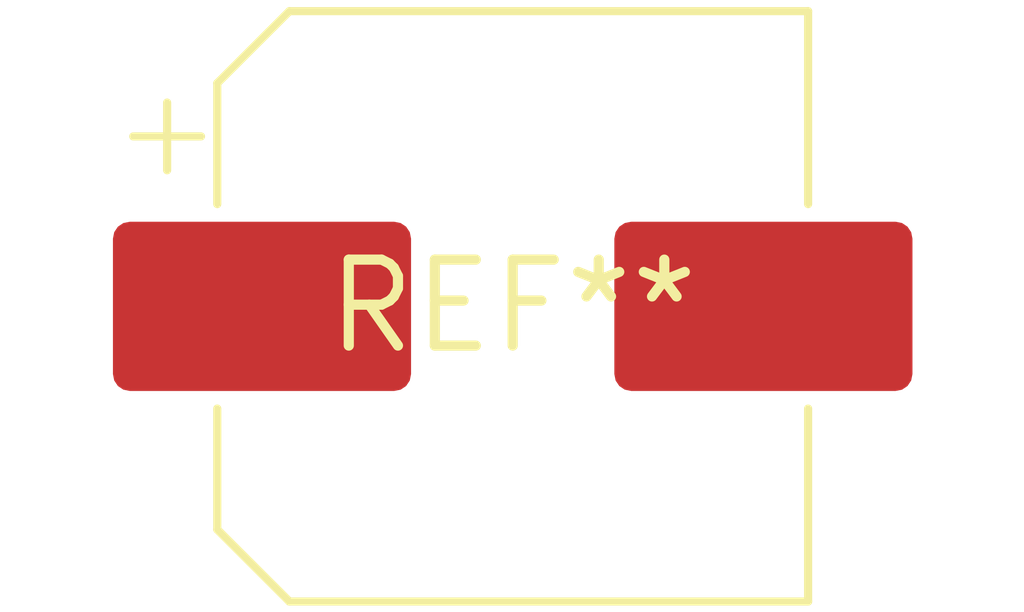
<source format=kicad_pcb>
(kicad_pcb (version 20240108) (generator pcbnew)
  (layers (0 "F.Cu" signal) (31 "B.Cu" signal) (34 "B.Paste" user) (35 "F.Paste" user) (36 "B.SilkS" user "B.Silkscreen") (37 "F.SilkS" user "F.Silkscreen") (38 "B.Mask" user) (39 "F.Mask" user) (44 "Edge.Cuts" user))
  (net 0 "")
  (footprint "CP_Elec_8x10.5" (layer "F.Cu") (at 0 0)
    (property "Reference" "REF**")
    (property "Value" "CP_Elec_8x10.5")
    (fp_line (start -5.6 -2.51) (end -4.6 -2.51) (layer "F.SilkS") (stroke (width 0.12)))
    (fp_line (start -5.1 -3.01) (end -5.1 -2.01) (layer "F.SilkS") (stroke (width 0.12)))
    (fp_line (start -4.36 -3.295563) (end -4.36 -1.51) (layer "F.SilkS") (stroke (width 0.12)))
    (fp_line (start -4.36 -3.295563) (end -3.295563 -4.36) (layer "F.SilkS") (stroke (width 0.12)))
    (fp_line (start -4.36 3.295563) (end -4.36 1.51) (layer "F.SilkS") (stroke (width 0.12)))
    (fp_line (start -4.36 3.295563) (end -3.295563 4.36) (layer "F.SilkS") (stroke (width 0.12)))
    (fp_line (start -3.295563 -4.36) (end 4.36 -4.36) (layer "F.SilkS") (stroke (width 0.12)))
    (fp_line (start -3.295563 4.36) (end 4.36 4.36) (layer "F.SilkS") (stroke (width 0.12)))
    (fp_line (start 4.36 -4.36) (end 4.36 -1.51) (layer "F.SilkS") (stroke (width 0.12)))
    (fp_line (start 4.36 4.36) (end 4.36 1.51) (layer "F.SilkS") (stroke (width 0.12)))
    (pad "1" smd roundrect (at -3.7 0) (size 4.4 2.5) (layers "F.Cu" "F.Paste" "F.Mask") (roundrect_rratio 0.1))
    (pad "2" smd roundrect (at 3.7 0) (size 4.4 2.5) (layers "F.Cu" "F.Paste" "F.Mask") (roundrect_rratio 0.1))
  )
)
</source>
